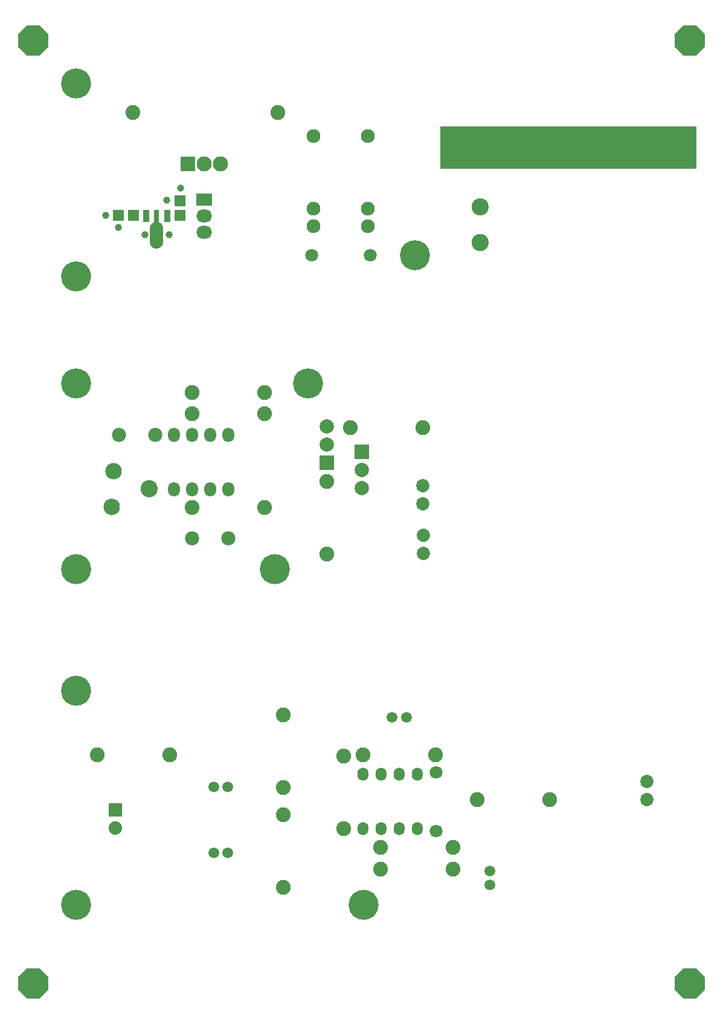
<source format=gts>
G04*
G04 #@! TF.GenerationSoftware,Altium Limited,Altium Designer,20.0.13 (296)*
G04*
G04 Layer_Color=8388736*
%FSLAX25Y25*%
%MOIN*%
G70*
G01*
G75*
%ADD17R,1.41732X0.23622*%
%ADD18R,0.06351X0.06115*%
%ADD19R,0.03446X0.07001*%
%ADD20R,0.06115X0.06351*%
%ADD21C,0.09461*%
%ADD22C,0.07600*%
%ADD23R,0.08674X0.07099*%
%ADD24O,0.08674X0.07099*%
%ADD25C,0.08280*%
%ADD26R,0.08280X0.08280*%
%ADD27C,0.08200*%
%ADD28C,0.16548*%
%ADD29C,0.07099*%
%ADD30C,0.07300*%
%ADD31R,0.07887X0.07887*%
%ADD32C,0.07887*%
%ADD33O,0.06548X0.07985*%
%ADD34C,0.09068*%
%ADD35C,0.07800*%
%ADD36C,0.05918*%
%ADD37O,0.05997X0.07296*%
%ADD38C,0.07400*%
%ADD39R,0.07400X0.07400*%
%ADD40P,0.17912X8X22.5*%
%ADD41C,0.03950*%
G36*
X79965Y424476D02*
Y431776D01*
X79970Y431951D01*
X79982Y432126D01*
X80002Y432300D01*
X80031Y432473D01*
X80068Y432645D01*
X80112Y432814D01*
X80165Y432981D01*
X80225Y433146D01*
X80294Y433308D01*
X80369Y433466D01*
X80452Y433620D01*
X80542Y433771D01*
X80639Y433917D01*
X80743Y434058D01*
X80853Y434195D01*
X80970Y434326D01*
X81092Y434451D01*
X81220Y434571D01*
X81354Y434684D01*
X81493Y434791D01*
X81637Y434892D01*
X81785Y434985D01*
X81938Y435072D01*
X82094Y435151D01*
X82406Y435223D01*
Y441905D01*
X85005D01*
Y435223D01*
X85317Y435151D01*
X85473Y435072D01*
X85626Y434985D01*
X85774Y434892D01*
X85918Y434791D01*
X86057Y434684D01*
X86191Y434571D01*
X86319Y434451D01*
X86441Y434326D01*
X86558Y434195D01*
X86668Y434058D01*
X86772Y433917D01*
X86869Y433771D01*
X86959Y433620D01*
X87042Y433466D01*
X87117Y433308D01*
X87186Y433146D01*
X87246Y432981D01*
X87299Y432814D01*
X87343Y432645D01*
X87380Y432473D01*
X87409Y432300D01*
X87429Y432126D01*
X87441Y431951D01*
X87446Y431776D01*
Y424476D01*
X87441Y424300D01*
X87429Y424125D01*
X87409Y423951D01*
X87380Y423778D01*
X87343Y423607D01*
X87299Y423437D01*
X87246Y423270D01*
X87186Y423105D01*
X87117Y422944D01*
X87042Y422785D01*
X86959Y422631D01*
X86869Y422480D01*
X86772Y422334D01*
X86668Y422193D01*
X86558Y422057D01*
X86441Y421925D01*
X86319Y421800D01*
X86191Y421680D01*
X86057Y421567D01*
X85918Y421460D01*
X85774Y421360D01*
X85626Y421266D01*
X85473Y421180D01*
X85317Y421100D01*
X85157Y421029D01*
X84994Y420964D01*
X84828Y420908D01*
X84659Y420859D01*
X84489Y420818D01*
X84317Y420786D01*
X84143Y420761D01*
X83968Y420745D01*
X83793Y420737D01*
X83618D01*
X83443Y420745D01*
X83268Y420761D01*
X83094Y420786D01*
X82922Y420818D01*
X82752Y420859D01*
X82583Y420908D01*
X82417Y420964D01*
X82254Y421029D01*
X82094Y421100D01*
X81938Y421180D01*
X81785Y421266D01*
X81637Y421360D01*
X81493Y421460D01*
X81354Y421567D01*
X81220Y421680D01*
X81092Y421800D01*
X80970Y421925D01*
X80853Y422057D01*
X80743Y422193D01*
X80639Y422334D01*
X80542Y422480D01*
X80452Y422631D01*
X80369Y422785D01*
X80294Y422944D01*
X80225Y423105D01*
X80165Y423270D01*
X80112Y423437D01*
X80068Y423607D01*
X80031Y423778D01*
X80002Y423951D01*
X79982Y424125D01*
X79970Y424300D01*
X79965Y424476D01*
D02*
G37*
D17*
X311024Y476378D02*
D03*
D18*
X62756Y438976D02*
D03*
X70866D02*
D03*
D19*
X77834Y438804D02*
D03*
X89645D02*
D03*
D20*
X96732Y446969D02*
D03*
Y438858D02*
D03*
D21*
X262205Y424016D02*
D03*
Y443701D02*
D03*
X79528Y288189D02*
D03*
D22*
X170433Y482679D02*
D03*
Y442679D02*
D03*
Y433069D02*
D03*
X200393D02*
D03*
X200403Y442679D02*
D03*
X200433Y482679D02*
D03*
D23*
X109843Y447638D02*
D03*
D24*
Y429528D02*
D03*
Y438583D02*
D03*
D25*
X118898Y467323D02*
D03*
X109843D02*
D03*
D26*
X100787D02*
D03*
D27*
X150630Y495669D02*
D03*
X70630D02*
D03*
X177559Y292441D02*
D03*
Y252441D02*
D03*
X190630Y322047D02*
D03*
X230630D02*
D03*
X103228Y341339D02*
D03*
X143228D02*
D03*
Y329528D02*
D03*
X103228D02*
D03*
Y277953D02*
D03*
X143228D02*
D03*
X207362Y78740D02*
D03*
X247362D02*
D03*
Y90551D02*
D03*
X207362D02*
D03*
X237520Y141732D02*
D03*
X197520D02*
D03*
X187008Y101063D02*
D03*
Y141063D02*
D03*
X153543Y108583D02*
D03*
Y68583D02*
D03*
Y163701D02*
D03*
Y123701D02*
D03*
X300512Y117126D02*
D03*
X260512D02*
D03*
X90866Y141732D02*
D03*
X50866D02*
D03*
D28*
X39370Y405512D02*
D03*
Y511811D02*
D03*
X226378Y416929D02*
D03*
X148819Y244094D02*
D03*
X167323Y346457D02*
D03*
X39370Y244094D02*
D03*
Y346457D02*
D03*
Y177165D02*
D03*
Y59055D02*
D03*
X197835D02*
D03*
D29*
X169291Y416929D02*
D03*
X201575D02*
D03*
X237795Y131890D02*
D03*
Y99606D02*
D03*
D30*
X231102Y262598D02*
D03*
Y252598D02*
D03*
X230709Y280157D02*
D03*
Y290158D02*
D03*
X354331Y117047D02*
D03*
Y127047D02*
D03*
D31*
X177559Y302598D02*
D03*
X196850Y308819D02*
D03*
D32*
X177559Y312598D02*
D03*
Y322598D02*
D03*
X196850Y298819D02*
D03*
Y288819D02*
D03*
D33*
X93268Y288150D02*
D03*
X103268D02*
D03*
X113268D02*
D03*
X123268D02*
D03*
X93268Y318150D02*
D03*
X103268D02*
D03*
X113268D02*
D03*
X123268D02*
D03*
D34*
X59843Y298029D02*
D03*
X59055Y278346D02*
D03*
D35*
X63071Y318110D02*
D03*
X83071D02*
D03*
X103386Y261024D02*
D03*
X123386D02*
D03*
D36*
X267716Y69882D02*
D03*
Y77756D02*
D03*
X213583Y162402D02*
D03*
X221457D02*
D03*
X115157Y124016D02*
D03*
X123031D02*
D03*
Y87598D02*
D03*
X115157D02*
D03*
D37*
X197598Y101142D02*
D03*
Y131142D02*
D03*
X207598Y101142D02*
D03*
Y131142D02*
D03*
X217598Y101142D02*
D03*
Y131142D02*
D03*
X227598Y101142D02*
D03*
Y131142D02*
D03*
D38*
X61024Y101299D02*
D03*
D39*
Y111299D02*
D03*
D40*
X377953Y535433D02*
D03*
X15748D02*
D03*
X377953Y15748D02*
D03*
X15748D02*
D03*
D41*
X90551Y428346D02*
D03*
X96850Y453937D02*
D03*
X89370Y447244D02*
D03*
X77165Y428346D02*
D03*
X55512Y438976D02*
D03*
X62598Y432283D02*
D03*
M02*

</source>
